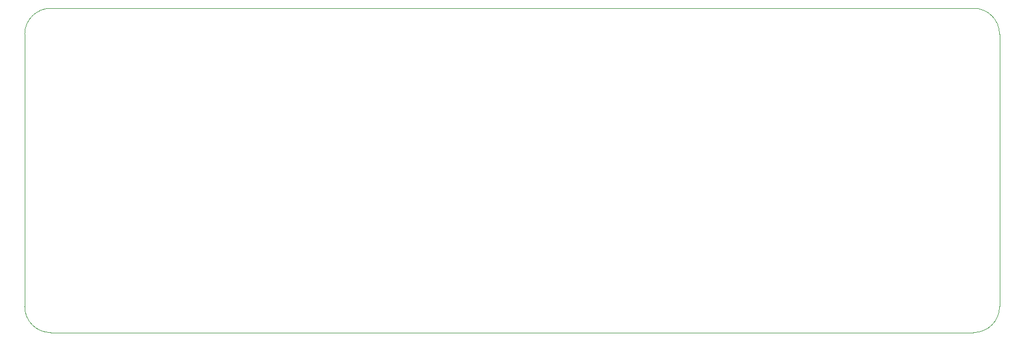
<source format=gbr>
%TF.GenerationSoftware,KiCad,Pcbnew,7.0.2-0*%
%TF.CreationDate,2023-07-03T21:11:49-04:00*%
%TF.ProjectId,controller,636f6e74-726f-46c6-9c65-722e6b696361,rev?*%
%TF.SameCoordinates,Original*%
%TF.FileFunction,Profile,NP*%
%FSLAX46Y46*%
G04 Gerber Fmt 4.6, Leading zero omitted, Abs format (unit mm)*
G04 Created by KiCad (PCBNEW 7.0.2-0) date 2023-07-03 21:11:49*
%MOMM*%
%LPD*%
G01*
G04 APERTURE LIST*
%TA.AperFunction,Profile*%
%ADD10C,0.100000*%
%TD*%
G04 APERTURE END LIST*
D10*
X146000000Y-50000000D02*
G75*
G03*
X150000000Y-46000000I0J4000000D01*
G01*
X150000000Y-46000000D02*
X150000000Y-4000000D01*
X4000000Y0D02*
G75*
G03*
X0Y-4000000I0J-4000000D01*
G01*
X4000000Y-50000000D02*
X146000000Y-50000000D01*
X150000000Y-4000000D02*
G75*
G03*
X146000000Y0I-4000000J0D01*
G01*
X0Y-46000000D02*
G75*
G03*
X4000000Y-50000000I4000000J0D01*
G01*
X146000000Y0D02*
X4000000Y0D01*
X0Y-4000000D02*
X0Y-46000000D01*
M02*

</source>
